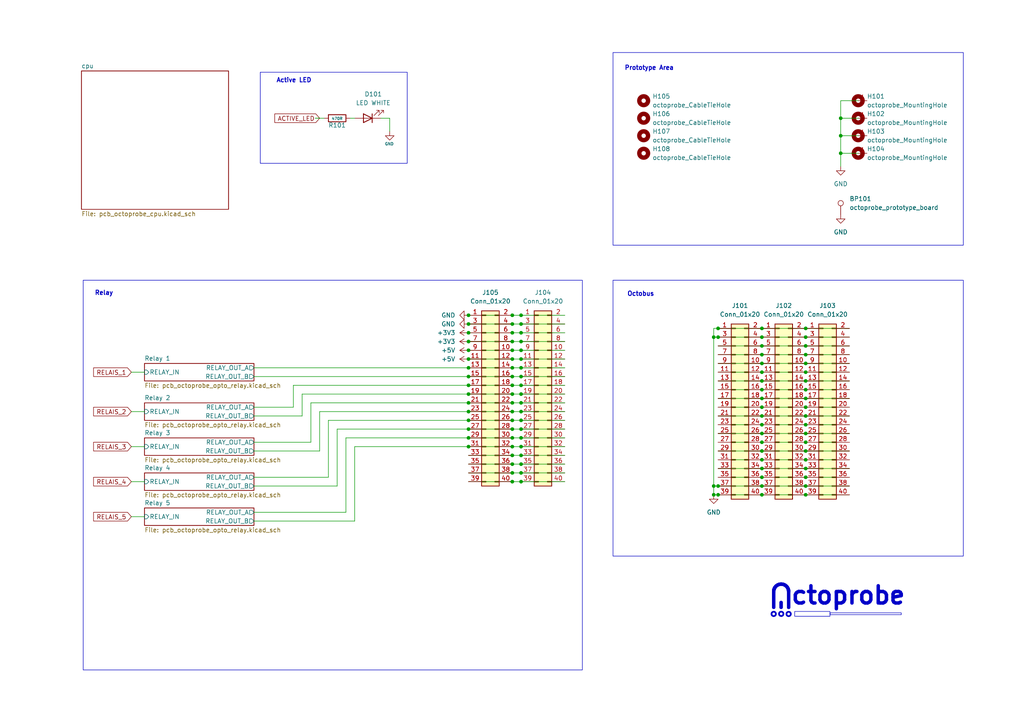
<source format=kicad_sch>
(kicad_sch (version 20231120) (generator "eeschema") (generator_version "8.0")
  (paper "A4")
  (title_block (title "Octoprobe tentacle") (date "2024-04-24") (rev "1.0") (company "Hans Märki, Märki Informatik") (comment 1 "The MIT License (MIT)"))
  (junction (at 148.59 137.16))
  (junction (at 233.68 135.89))
  (junction (at 151.13 119.38))
  (junction (at 220.98 133.35))
  (junction (at 151.13 121.92))
  (junction (at 220.98 128.27))
  (junction (at 233.68 100.33))
  (junction (at 151.13 114.3))
  (junction (at 135.89 106.68))
  (junction (at 243.84 39.37))
  (junction (at 220.98 138.43))
  (junction (at 208.28 143.51))
  (junction (at 148.59 124.46))
  (junction (at 151.13 101.6))
  (junction (at 151.13 129.54))
  (junction (at 220.98 102.87))
  (junction (at 151.13 91.44))
  (junction (at 220.98 95.25))
  (junction (at 207.01 97.79))
  (junction (at 233.68 113.03))
  (junction (at 135.89 114.3))
  (junction (at 233.68 105.41))
  (junction (at 148.59 106.68))
  (junction (at 220.98 140.97))
  (junction (at 233.68 118.11))
  (junction (at 148.59 121.92))
  (junction (at 148.59 109.22))
  (junction (at 233.68 133.35))
  (junction (at 148.59 119.38))
  (junction (at 243.84 44.45))
  (junction (at 233.68 107.95))
  (junction (at 233.68 110.49))
  (junction (at 151.13 106.68))
  (junction (at 151.13 132.08))
  (junction (at 148.59 93.98))
  (junction (at 151.13 116.84))
  (junction (at 148.59 132.08))
  (junction (at 233.68 130.81))
  (junction (at 151.13 96.52))
  (junction (at 135.89 111.76))
  (junction (at 233.68 143.51))
  (junction (at 220.98 123.19))
  (junction (at 135.89 116.84))
  (junction (at 220.98 113.03))
  (junction (at 243.84 34.29))
  (junction (at 151.13 109.22))
  (junction (at 233.68 128.27))
  (junction (at 151.13 137.16))
  (junction (at 135.89 119.38))
  (junction (at 148.59 96.52))
  (junction (at 233.68 95.25))
  (junction (at 151.13 99.06))
  (junction (at 233.68 125.73))
  (junction (at 151.13 134.62))
  (junction (at 233.68 97.79))
  (junction (at 148.59 139.7))
  (junction (at 151.13 111.76))
  (junction (at 207.01 143.51))
  (junction (at 135.89 99.06))
  (junction (at 135.89 104.14))
  (junction (at 208.28 140.97))
  (junction (at 220.98 105.41))
  (junction (at 208.28 97.79))
  (junction (at 233.68 120.65))
  (junction (at 233.68 123.19))
  (junction (at 148.59 91.44))
  (junction (at 220.98 110.49))
  (junction (at 148.59 129.54))
  (junction (at 148.59 99.06))
  (junction (at 135.89 121.92))
  (junction (at 135.89 124.46))
  (junction (at 220.98 143.51))
  (junction (at 220.98 118.11))
  (junction (at 135.89 93.98))
  (junction (at 220.98 97.79))
  (junction (at 148.59 104.14))
  (junction (at 151.13 104.14))
  (junction (at 220.98 135.89))
  (junction (at 148.59 114.3))
  (junction (at 208.28 95.25))
  (junction (at 151.13 139.7))
  (junction (at 151.13 124.46))
  (junction (at 151.13 93.98))
  (junction (at 135.89 91.44))
  (junction (at 135.89 101.6))
  (junction (at 148.59 111.76))
  (junction (at 220.98 100.33))
  (junction (at 233.68 138.43))
  (junction (at 151.13 127))
  (junction (at 220.98 130.81))
  (junction (at 148.59 116.84))
  (junction (at 148.59 127))
  (junction (at 135.89 129.54))
  (junction (at 135.89 127))
  (junction (at 233.68 115.57))
  (junction (at 220.98 107.95))
  (junction (at 220.98 120.65))
  (junction (at 207.01 140.97))
  (junction (at 233.68 140.97))
  (junction (at 148.59 101.6))
  (junction (at 148.59 134.62))
  (junction (at 135.89 109.22))
  (junction (at 135.89 96.52))
  (junction (at 220.98 115.57))
  (junction (at 233.68 102.87))
  (junction (at 220.98 125.73))
  (wire (pts (xy 102.87 151.13) (xy 102.87 129.54)))
  (wire (pts (xy 151.13 124.46) (xy 163.83 124.46)))
  (wire (pts (xy 148.59 96.52) (xy 151.13 96.52)))
  (wire (pts (xy 135.89 134.62) (xy 148.59 134.62)))
  (wire (pts (xy 220.98 130.81) (xy 233.68 130.81)))
  (polyline (pts (xy 237.8209 172.5081) (xy 238.059 172.032)) (stroke (width 0.9999) (type solid)))
  (polyline (pts (xy 244.9638 172.5081) (xy 244.9638 173.9367)) (stroke (width 0.9999) (type solid)))
  (polyline (pts (xy 226.9921 169.4508) (xy 226.8533 169.4281)) (stroke (width 0.9999) (type solid)))
  (polyline (pts (xy 244.7257 174.4129) (xy 244.4876 174.651)) (stroke (width 0.9999) (type solid)))
  (wire (pts (xy 233.68 123.19) (xy 246.38 123.19)))
  (wire (pts (xy 148.59 116.84) (xy 151.13 116.84)))
  (polyline (pts (xy 227.3985 169.5733) (xy 227.2652 169.5234)) (stroke (width 0.9999) (type solid)))
  (wire (pts (xy 220.98 140.97) (xy 233.68 140.97)))
  (polyline (pts (xy 224.5469 170.81) (xy 224.5231 170.8763)) (stroke (width 0.9999) (type solid)))
  (wire (pts (xy 102.87 151.13) (xy 73.66 151.13)))
  (polyline (pts (xy 233.059 174.651) (xy 232.5828 174.8891)) (stroke (width 0.9999) (type solid)))
  (polyline (pts (xy 224.4259 171.2895) (xy 224.4176 171.3605)) (stroke (width 0.9999) (type solid)))
  (wire (pts (xy 135.89 111.76) (xy 85.09 111.76)))
  (polyline (pts (xy 242.5828 171.7939) (xy 243.059 171.5558)) (stroke (width 0.9999) (type solid)))
  (wire (pts (xy 38.1 129.54) (xy 41.91 129.54)))
  (polyline (pts (xy 224.6009 170.6803) (xy 224.5729 170.7447)) (stroke (width 0.9999) (type solid)))
  (wire (pts (xy 148.59 119.38) (xy 151.13 119.38)))
  (polyline (pts (xy 226.4331 169.4145) (xy 226.2934 169.4281)) (stroke (width 0.9999) (type solid)))
  (wire (pts (xy 151.13 127) (xy 163.83 127)))
  (wire (pts (xy 208.28 128.27) (xy 220.98 128.27)))
  (polyline (pts (xy 225.0381 170.0478) (xy 224.9891 170.0987)) (stroke (width 0.9999) (type solid)))
  (wire (pts (xy 243.84 34.29) (xy 248.92 34.29)))
  (wire (pts (xy 148.59 101.6) (xy 151.13 101.6)))
  (wire (pts (xy 148.59 114.3) (xy 151.13 114.3)))
  (wire (pts (xy 208.28 102.87) (xy 220.98 102.87)))
  (polyline (pts (xy 226.0171 169.4826) (xy 225.8815 169.5234)) (stroke (width 0.9999) (type solid)))
  (polyline (pts (xy 224.5231 170.8763) (xy 224.5014 170.9433)) (stroke (width 0.9999) (type solid)))
  (polyline (pts (xy 227.8956 169.8602) (xy 227.7792 169.7766)) (stroke (width 0.9999) (type solid)))
  (wire (pts (xy 220.98 102.87) (xy 233.68 102.87)))
  (wire (pts (xy 220.98 120.65) (xy 233.68 120.65)))
  (wire (pts (xy 233.68 143.51) (xy 246.38 143.51)))
  (wire (pts (xy 243.84 44.45) (xy 248.92 44.45)))
  (polyline (pts (xy 228.6648 171.0112) (xy 228.6236 170.8763)) (stroke (width 0.9999) (type solid)))
  (polyline (pts (xy 252.3447 174.4129) (xy 252.1066 174.651)) (stroke (width 0.9999) (type solid)))
  (wire (pts (xy 151.13 99.06) (xy 163.83 99.06)))
  (wire (pts (xy 92.71 34.29) (xy 91.44 34.29)))
  (wire (pts (xy 151.13 132.08) (xy 163.83 132.08)))
  (polyline (pts (xy 225.1412 169.9508) (xy 225.0888 169.9985)) (stroke (width 0.9999) (type solid)))
  (polyline (pts (xy 224.4819 171.0112) (xy 224.4645 171.0798)) (stroke (width 0.9999) (type solid)))
  (wire (pts (xy 148.59 104.14) (xy 151.13 104.14)))
  (wire (pts (xy 151.13 91.44) (xy 163.83 91.44)))
  (wire (pts (xy 243.84 44.45) (xy 243.84 48.26)))
  (polyline (pts (xy 228.735 171.4321) (xy 228.7207 171.2895)) (stroke (width 0.9999) (type solid)))
  (polyline (pts (xy 238.059 174.4129) (xy 237.8209 173.9367)) (stroke (width 0.9999) (type solid)))
  (polyline (pts (xy 224.6971 170.4932) (xy 224.6631 170.5545)) (stroke (width 0.9999) (type solid)))
  (polyline (pts (xy 228.2048 170.151) (xy 228.1086 170.0478)) (stroke (width 0.9999) (type solid)))
  (wire (pts (xy 220.98 123.19) (xy 233.68 123.19)))
  (wire (pts (xy 220.98 138.43) (xy 233.68 138.43)))
  (polyline (pts (xy 244.0114 171.5558) (xy 244.4876 171.7939)) (stroke (width 0.9999) (type solid)))
  (wire (pts (xy 135.89 127) (xy 148.59 127)))
  (polyline (pts (xy 243.059 174.8891) (xy 242.5828 174.651)) (stroke (width 0.9999) (type solid)))
  (polyline (pts (xy 224.4176 171.3605) (xy 224.4117 171.4321)) (stroke (width 0.9999) (type solid)))
  (polyline (pts (xy 224.8528 170.2599) (xy 224.811 170.3163)) (stroke (width 0.9999) (type solid)))
  (wire (pts (xy 100.33 148.59) (xy 100.33 127)))
  (wire (pts (xy 207.01 95.25) (xy 208.28 95.25)))
  (polyline (pts (xy 256.8685 172.032) (xy 257.1066 172.5081)) (stroke (width 0.9999) (type solid)))
  (wire (pts (xy 208.28 143.51) (xy 220.98 143.51)))
  (polyline (pts (xy 256.1542 171.5558) (xy 256.6304 171.7939)) (stroke (width 0.9999) (type solid)))
  (polyline (pts (xy 228.6973 171.149) (xy 228.6648 171.0112)) (stroke (width 0.9999) (type solid)))
  (wire (pts (xy 148.59 93.98) (xy 151.13 93.98)))
  (polyline (pts (xy 227.1295 169.4826) (xy 226.9921 169.4508)) (stroke (width 0.9999) (type solid)))
  (wire (pts (xy 113.03 34.29) (xy 113.03 38.1)))
  (polyline (pts (xy 240.2019 172.032) (xy 240.44 172.5081)) (stroke (width 0.9999) (type solid)))
  (wire (pts (xy 220.98 100.33) (xy 233.68 100.33)))
  (wire (pts (xy 208.28 107.95) (xy 220.98 107.95)))
  (polyline (pts (xy 255.2019 171.5558) (xy 256.1542 171.5558)) (stroke (width 0.9999) (type solid)))
  (wire (pts (xy 208.28 135.89) (xy 220.98 135.89)))
  (wire (pts (xy 220.98 115.57) (xy 233.68 115.57)))
  (wire (pts (xy 248.92 29.21) (xy 243.84 29.21)))
  (polyline (pts (xy 250.9162 171.5558) (xy 251.6304 171.5558)) (stroke (width 0.9999) (type solid)))
  (polyline (pts (xy 259.7257 171.5558) (xy 260.6781 171.5558)) (stroke (width 0.9999) (type solid)))
  (wire (pts (xy 208.28 97.79) (xy 220.98 97.79)))
  (polyline (pts (xy 252.1066 174.651) (xy 251.6304 174.8891)) (stroke (width 0.9999) (type solid)))
  (wire (pts (xy 220.98 105.41) (xy 233.68 105.41)))
  (wire (pts (xy 38.1 107.95) (xy 41.91 107.95)))
  (polyline (pts (xy 227.2652 169.5234) (xy 227.1295 169.4826)) (stroke (width 0.9999) (type solid)))
  (wire (pts (xy 73.66 138.43) (xy 95.25 138.43)))
  (wire (pts (xy 220.98 118.11) (xy 233.68 118.11)))
  (polyline (pts (xy 247.1066 174.8891) (xy 247.1066 171.5558)) (stroke (width 0.9999) (type solid)))
  (wire (pts (xy 220.98 143.51) (xy 233.68 143.51)))
  (polyline (pts (xy 257.1066 173.9367) (xy 256.8685 174.4129)) (stroke (width 0.9999) (type solid)))
  (wire (pts (xy 207.01 97.79) (xy 207.01 95.25)))
  (polyline (pts (xy 254.7257 171.7939) (xy 255.2019 171.5558)) (stroke (width 0.9999) (type solid)))
  (wire (pts (xy 148.59 106.68) (xy 151.13 106.68)))
  (polyline (pts (xy 260.6781 171.5558) (xy 261.1542 171.7939)) (stroke (width 0.9999) (type solid)))
  (wire (pts (xy 151.13 106.68) (xy 163.83 106.68)))
  (wire (pts (xy 208.28 123.19) (xy 220.98 123.19)))
  (wire (pts (xy 73.66 120.65) (xy 87.63 120.65)))
  (wire (pts (xy 135.89 116.84) (xy 90.17 116.84)))
  (wire (pts (xy 207.01 143.51) (xy 207.01 140.97)))
  (polyline (pts (xy 235.44 174.651) (xy 235.9162 174.8891)) (stroke (width 0.9999) (type solid)))
  (wire (pts (xy 207.01 140.97) (xy 208.28 140.97)))
  (wire (pts (xy 151.13 116.84) (xy 163.83 116.84)))
  (wire (pts (xy 220.98 97.79) (xy 233.68 97.79)))
  (wire (pts (xy 208.28 118.11) (xy 220.98 118.11)))
  (polyline (pts (xy 226.1546 169.4508) (xy 226.0171 169.4826)) (stroke (width 0.9999) (type solid)))
  (wire (pts (xy 135.89 114.3) (xy 148.59 114.3)))
  (polyline (pts (xy 228.5157 170.6169) (xy 228.4495 170.4932)) (stroke (width 0.9999) (type solid)))
  (polyline (pts (xy 254.7257 174.8891) (xy 254.7257 169.8891)) (stroke (width 0.9999) (type solid)))
  (wire (pts (xy 208.28 105.41) (xy 220.98 105.41)))
  (wire (pts (xy 135.89 96.52) (xy 148.59 96.52)))
  (polyline (pts (xy 226.7135 169.4145) (xy 226.5733 169.41)) (stroke (width 0.9999) (type solid)))
  (wire (pts (xy 208.28 95.25) (xy 220.98 95.25)))
  (polyline (pts (xy 251.6304 171.5558) (xy 252.1066 171.7939)) (stroke (width 0.9999) (type solid)))
  (polyline (pts (xy 225.0888 169.9985) (xy 225.0381 170.0478)) (stroke (width 0.9999) (type solid)))
  (polyline (pts (xy 224.4645 171.0798) (xy 224.4494 171.149)) (stroke (width 0.9999) (type solid)))
  (wire (pts (xy 243.84 29.21) (xy 243.84 34.29)))
  (wire (pts (xy 73.66 106.68) (xy 135.89 106.68)))
  (wire (pts (xy 97.79 124.46) (xy 97.79 140.97)))
  (polyline (pts (xy 224.631 170.6169) (xy 224.6009 170.6803)) (stroke (width 0.9999) (type solid)))
  (wire (pts (xy 92.71 130.81) (xy 92.71 119.38)))
  (polyline (pts (xy 238.7733 174.8891) (xy 238.2971 174.651)) (stroke (width 0.9999) (type solid)))
  (wire (pts (xy 208.28 100.33) (xy 220.98 100.33)))
  (polyline (pts (xy 224.4117 171.4321) (xy 224.4081 171.5041)) (stroke (width 0.9999) (type solid)))
  (polyline (pts (xy 256.6304 174.651) (xy 256.1542 174.8891)) (stroke (width 0.9999) (type solid)))
  (wire (pts (xy 243.84 39.37) (xy 243.84 44.45)))
  (polyline (pts (xy 225.4901 169.7002) (xy 225.428 169.7375)) (stroke (width 0.9999) (type solid)))
  (polyline (pts (xy 227.7792 169.7766) (xy 227.6566 169.7002)) (stroke (width 0.9999) (type solid)))
  (wire (pts (xy 233.68 113.03) (xy 246.38 113.03)))
  (wire (pts (xy 151.13 134.62) (xy 163.83 134.62)))
  (wire (pts (xy 233.68 120.65) (xy 246.38 120.65)))
  (wire (pts (xy 233.68 138.43) (xy 246.38 138.43)))
  (polyline (pts (xy 252.5828 172.5081) (xy 252.5828 173.9367)) (stroke (width 0.9999) (type solid)))
  (wire (pts (xy 91.44 34.29) (xy 91.44 34.2834)))
  (polyline (pts (xy 252.1066 171.7939) (xy 252.3447 172.032)) (stroke (width 0.9999) (type solid)))
  (polyline (pts (xy 256.6304 171.7939) (xy 256.8685 172.032)) (stroke (width 0.9999) (type solid)))
  (wire (pts (xy 73.66 130.81) (xy 92.71 130.81)))
  (polyline (pts (xy 257.1066 172.5081) (xy 257.1066 173.9367)) (stroke (width 0.9999) (type solid)))
  (polyline (pts (xy 252.5828 173.9367) (xy 252.3447 174.4129)) (stroke (width 0.9999) (type solid)))
  (polyline (pts (xy 228.7207 171.2895) (xy 228.6973 171.149)) (stroke (width 0.9999) (type solid)))
  (polyline (pts (xy 224.5729 170.7447) (xy 224.5469 170.81)) (stroke (width 0.9999) (type solid)))
  (wire (pts (xy 148.59 139.7) (xy 151.13 139.7)))
  (wire (pts (xy 207.01 97.79) (xy 208.28 97.79)))
  (wire (pts (xy 93.98 34.29) (xy 91.44 34.2834)))
  (polyline (pts (xy 249.9638 172.5081) (xy 250.2019 172.032)) (stroke (width 0.9999) (type solid)))
  (wire (pts (xy 220.98 107.95) (xy 233.68 107.95)))
  (wire (pts (xy 102.87 34.29) (xy 101.6 34.29)))
  (wire (pts (xy 135.89 127) (xy 100.33 127)))
  (wire (pts (xy 135.89 104.14) (xy 148.59 104.14)))
  (polyline (pts (xy 235.2019 169.8891) (xy 235.2019 174.1748)) (stroke (width 0.9999) (type solid)))
  (wire (pts (xy 135.89 139.7) (xy 148.59 139.7)))
  (polyline (pts (xy 251.6304 174.8891) (xy 250.9162 174.8891)) (stroke (width 0.9999) (type solid)))
  (wire (pts (xy 151.13 119.38) (xy 163.83 119.38)))
  (polyline (pts (xy 232.5828 171.5558) (xy 233.059 171.7939)) (stroke (width 0.9999) (type solid)))
  (wire (pts (xy 151.13 104.14) (xy 163.83 104.14)))
  (wire (pts (xy 207.01 140.97) (xy 207.01 97.79)))
  (wire (pts (xy 233.68 95.25) (xy 246.38 95.25)))
  (polyline (pts (xy 231.1542 174.651) (xy 230.9162 174.4129)) (stroke (width 0.9999) (type solid)))
  (polyline (pts (xy 232.5828 174.8891) (xy 231.6304 174.8891)) (stroke (width 0.9999) (type solid)))
  (polyline (pts (xy 244.7257 172.032) (xy 244.9638 172.5081)) (stroke (width 0.9999) (type solid)))
  (wire (pts (xy 151.13 111.76) (xy 163.83 111.76)))
  (wire (pts (xy 151.13 96.52) (xy 163.83 96.52)))
  (wire (pts (xy 90.17 128.27) (xy 73.66 128.27)))
  (polyline (pts (xy 225.6175 169.6322) (xy 225.4901 169.7002)) (stroke (width 0.9999) (type solid)))
  (polyline (pts (xy 235.9162 174.8891) (xy 236.3923 174.8891)) (stroke (width 0.9999) (type solid)))
  (polyline (pts (xy 231.6304 174.8891) (xy 231.1542 174.651)) (stroke (width 0.9999) (type solid)))
  (polyline (pts (xy 227.5291 169.6322) (xy 227.3985 169.5733)) (stroke (width 0.9999) (type solid)))
  (wire (pts (xy 233.68 105.41) (xy 246.38 105.41)))
  (wire (pts (xy 148.59 137.16) (xy 151.13 137.16)))
  (polyline (pts (xy 239.4876 171.5558) (xy 239.9638 171.7939)) (stroke (width 0.9999) (type solid)))
  (wire (pts (xy 87.63 120.65) (xy 87.63 114.3)))
  (wire (pts (xy 148.59 129.54) (xy 151.13 129.54)))
  (wire (pts (xy 208.28 115.57) (xy 220.98 115.57)))
  (wire (pts (xy 135.89 119.38) (xy 148.59 119.38)))
  (polyline (pts (xy 225.2511 169.8602) (xy 225.1953 169.9047)) (stroke (width 0.9999) (type solid)))
  (polyline (pts (xy 230.9162 172.032) (xy 231.1542 171.7939)) (stroke (width 0.9999) (type solid)))
  (polyline (pts (xy 239.9638 174.651) (xy 239.4876 174.8891)) (stroke (width 0.9999) (type solid)))
  (wire (pts (xy 135.89 137.16) (xy 148.59 137.16)))
  (polyline (pts (xy 226.5733 169.41) (xy 226.4331 169.4145)) (stroke (width 0.9999) (type solid)))
  (wire (pts (xy 208.28 110.49) (xy 220.98 110.49)))
  (polyline (pts (xy 239.9638 171.7939) (xy 240.2019 172.032)) (stroke (width 0.9999) (type solid)))
  (wire (pts (xy 151.13 121.92) (xy 163.83 121.92)))
  (wire (pts (xy 220.98 125.73) (xy 233.68 125.73)))
  (wire (pts (xy 38.1 149.86) (xy 41.91 149.86)))
  (polyline (pts (xy 244.4876 174.651) (xy 244.0114 174.8891)) (stroke (width 0.9999) (type solid)))
  (polyline (pts (xy 250.9162 174.8891) (xy 250.44 174.651)) (stroke (width 0.9999) (type solid)))
  (polyline (pts (xy 237.8209 173.9367) (xy 237.8209 172.5081)) (stroke (width 0.9999) (type solid)))
  (wire (pts (xy 243.84 34.29) (xy 243.84 39.37)))
  (polyline (pts (xy 249.9638 173.9367) (xy 249.9638 172.5081)) (stroke (width 0.9999) (type solid)))
  (wire (pts (xy 90.17 116.84) (xy 90.17 128.27)))
  (wire (pts (xy 97.79 140.97) (xy 73.66 140.97)))
  (polyline (pts (xy 243.059 171.5558) (xy 244.0114 171.5558)) (stroke (width 0.9999) (type solid)))
  (wire (pts (xy 208.28 133.35) (xy 220.98 133.35)))
  (polyline (pts (xy 224.7332 170.4331) (xy 224.6971 170.4932)) (stroke (width 0.9999) (type solid)))
  (polyline (pts (xy 242.5828 171.5558) (xy 242.5828 176.5558)) (stroke (width 0.9999) (type solid)))
  (polyline (pts (xy 225.3675 169.7766) (xy 225.3085 169.8175)) (stroke (width 0.9999) (type solid)))
  (polyline (pts (xy 261.1542 174.651) (xy 260.6781 174.8891)) (stroke (width 0.9999) (type solid)))
  (polyline (pts (xy 261.3923 172.27) (xy 261.3923 172.7462)) (stroke (width 0.9999) (type solid)))
  (polyline (pts (xy 240.44 172.5081) (xy 240.44 173.9367)) (stroke (width 0.9999) (type solid)))
  (polyline (pts (xy 226.8533 169.4281) (xy 226.7135 169.4145)) (stroke (width 0.9999) (type solid)))
  (wire (pts (xy 207.01 143.51) (xy 208.28 143.51)))
  (polyline (pts (xy 238.7733 171.5558) (xy 239.4876 171.5558)) (stroke (width 0.9999) (type solid)))
  (wire (pts (xy 220.98 113.03) (xy 233.68 113.03)))
  (polyline (pts (xy 228.2939 170.2599) (xy 228.2048 170.151)) (stroke (width 0.9999) (type solid)))
  (wire (pts (xy 73.66 109.22) (xy 135.89 109.22)))
  (wire (pts (xy 135.89 111.76) (xy 148.59 111.76)))
  (polyline (pts (xy 228.1086 170.0478) (xy 228.0054 169.9508)) (stroke (width 0.9999) (type solid)))
  (wire (pts (xy 233.68 102.87) (xy 246.38 102.87)))
  (polyline (pts (xy 228.4495 170.4932) (xy 228.3755 170.3741)) (stroke (width 0.9999) (type solid)))
  (wire (pts (xy 233.68 97.79) (xy 246.38 97.79)))
  (wire (pts (xy 151.13 129.54) (xy 163.83 129.54)))
  (polyline (pts (xy 234.4876 171.5558) (xy 236.3923 171.5558)) (stroke (width 0.9999) (type solid)))
  (polyline (pts (xy 259.2495 174.651) (xy 259.0114 174.1748)) (stroke (width 0.9999) (type solid)))
  (polyline (pts (xy 259.2495 171.7939) (xy 259.7257 171.5558)) (stroke (width 0.9999) (type solid)))
  (wire (pts (xy 148.59 91.44) (xy 151.13 91.44)))
  (wire (pts (xy 135.89 93.98) (xy 148.59 93.98)))
  (wire (pts (xy 73.66 148.59) (xy 100.33 148.59)))
  (wire (pts (xy 151.13 137.16) (xy 163.83 137.16)))
  (wire (pts (xy 135.89 91.44) (xy 148.59 91.44)))
  (wire (pts (xy 135.89 124.46) (xy 148.59 124.46)))
  (polyline (pts (xy 255.2019 174.8891) (xy 254.7257 174.651)) (stroke (width 0.9999) (type solid)))
  (wire (pts (xy 135.89 129.54) (xy 102.87 129.54)))
  (polyline (pts (xy 247.3447 172.032) (xy 247.5828 171.7939)) (stroke (width 0.9999) (type solid)))
  (polyline (pts (xy 224.4494 171.149) (xy 224.4365 171.219)) (stroke (width 0.9999) (type solid)))
  (wire (pts (xy 148.59 124.46) (xy 151.13 124.46)))
  (polyline (pts (xy 225.7482 169.5733) (xy 225.6175 169.6322)) (stroke (width 0.9999) (type solid)))
  (polyline (pts (xy 228.7398 171.5764) (xy 228.735 171.4321)) (stroke (width 0.9999) (type solid)))
  (polyline (pts (xy 224.6631 170.5545) (xy 224.631 170.6169)) (stroke (width 0.9999) (type solid)))
  (polyline (pts (xy 230.9162 174.4129) (xy 230.6781 173.9367)) (stroke (width 0.9999) (type solid)))
  (polyline (pts (xy 250.44 171.7939) (xy 250.9162 171.5558)) (stroke (width 0.9999) (type solid)))
  (wire (pts (xy 208.28 138.43) (xy 220.98 138.43)))
  (polyline (pts (xy 240.2019 174.4129) (xy 239.9638 174.651)) (stroke (width 0.9999) (type solid)))
  (wire (pts (xy 220.98 133.35) (xy 233.68 133.35)))
  (wire (pts (xy 113.03 34.29) (xy 110.49 34.29)))
  (polyline (pts (xy 224.811 170.3163) (xy 224.7712 170.3741)) (stroke (width 0.9999) (type solid)))
  (wire (pts (xy 208.28 140.97) (xy 220.98 140.97)))
  (polyline (pts (xy 231.6304 171.5558) (xy 232.5828 171.5558)) (stroke (width 0.9999) (type solid)))
  (polyline (pts (xy 224.7712 170.3741) (xy 224.7332 170.4331)) (stroke (width 0.9999) (type solid)))
  (polyline (pts (xy 259.0114 174.1748) (xy 259.0114 172.27)) (stroke (width 0.9999) (type solid)))
  (polyline (pts (xy 250.2019 174.4129) (xy 249.9638 173.9367)) (stroke (width 0.9999) (type solid)))
  (polyline (pts (xy 244.9638 173.9367) (xy 244.7257 174.4129)) (stroke (width 0.9999) (type solid)))
  (polyline (pts (xy 260.6781 174.8891) (xy 259.7257 174.8891)) (stroke (width 0.9999) (type solid)))
  (wire (pts (xy 135.89 121.92) (xy 95.25 121.92)))
  (wire (pts (xy 148.59 132.08) (xy 151.13 132.08)))
  (wire (pts (xy 208.28 113.03) (xy 220.98 113.03)))
  (wire (pts (xy 208.28 125.73) (xy 220.98 125.73)))
  (wire (pts (xy 38.1 119.38) (xy 41.91 119.38)))
  (polyline (pts (xy 240.44 173.9367) (xy 240.2019 174.4129)) (stroke (width 0.9999) (type solid)))
  (polyline (pts (xy 247.1066 172.5081) (xy 247.3447 172.032)) (stroke (width 0.9999) (type solid)))
  (wire (pts (xy 135.89 129.54) (xy 148.59 129.54)))
  (wire (pts (xy 135.89 132.08) (xy 148.59 132.08)))
  (polyline (pts (xy 224.8964 170.2047) (xy 224.8528 170.2599)) (stroke (width 0.9999) (type solid)))
  (polyline (pts (xy 261.1542 171.7939) (xy 261.3923 172.27)) (stroke (width 0.9999) (type solid)))
  (wire (pts (xy 151.13 139.7) (xy 163.83 139.7)))
  (wire (pts (xy 148.59 111.76) (xy 151.13 111.76)))
  (polyline (pts (xy 261.3923 172.7462) (xy 259.0114 173.2224)) (stroke (width 0.9999) (type solid)))
  (wire (pts (xy 220.98 135.89) (xy 233.68 135.89)))
  (wire (pts (xy 97.79 124.46) (xy 135.89 124.46)))
  (wire (pts (xy 85.09 111.76) (xy 85.09 118.11)))
  (polyline (pts (xy 238.2971 171.7939) (xy 238.7733 171.5558)) (stroke (width 0.9999) (type solid)))
  (wire (pts (xy 233.68 140.97) (xy 246.38 140.97)))
  (wire (pts (xy 151.13 114.3) (xy 163.83 114.3)))
  (polyline (pts (xy 225.8815 169.5234) (xy 225.7482 169.5733)) (stroke (width 0.9999) (type solid)))
  (wire (pts (xy 220.98 95.25) (xy 233.68 95.25)))
  (polyline (pts (xy 256.8685 174.4129) (xy 256.6304 174.651)) (stroke (width 0.9999) (type solid)))
  (wire (pts (xy 135.89 106.68) (xy 148.59 106.68)))
  (wire (pts (xy 151.13 109.22) (xy 163.83 109.22)))
  (wire (pts (xy 148.59 127) (xy 151.13 127)))
  (wire (pts (xy 148.59 134.62) (xy 151.13 134.62)))
  (wire (pts (xy 220.98 128.27) (xy 233.68 128.27)))
  (polyline (pts (xy 256.1542 174.8891) (xy 255.2019 174.8891)) (stroke (width 0.9999) (type solid)))
  (polyline (pts (xy 228.0054 169.9508) (xy 227.8956 169.8602)) (stroke (width 0.9999) (type solid)))
  (wire (pts (xy 233.68 118.11) (xy 246.38 118.11)))
  (wire (pts (xy 233.68 110.49) (xy 246.38 110.49)))
  (wire (pts (xy 233.68 115.57) (xy 246.38 115.57)))
  (polyline (pts (xy 228.5738 170.7447) (xy 228.5157 170.6169)) (stroke (width 0.9999) (type solid)))
  (wire (pts (xy 151.13 101.6) (xy 163.83 101.6)))
  (polyline (pts (xy 228.6236 170.8763) (xy 228.5738 170.7447)) (stroke (width 0.9999) (type solid)))
  (wire (pts (xy 135.89 121.92) (xy 148.59 121.92)))
  (wire (pts (xy 148.59 109.22) (xy 151.13 109.22)))
  (wire (pts (xy 92.71 119.38) (xy 135.89 119.38)))
  (polyline (pts (xy 252.3447 172.032) (xy 252.5828 172.5081)) (stroke (width 0.9999) (type solid)))
  (polyline (pts (xy 225.428 169.7375) (xy 225.3675 169.7766)) (stroke (width 0.9999) (type solid)))
  (wire (pts (xy 208.28 120.65) (xy 220.98 120.65)))
  (polyline (pts (xy 235.2019 174.1748) (xy 235.44 174.651)) (stroke (width 0.9999) (type solid)))
  (wire (pts (xy 38.1 139.7) (xy 41.91 139.7)))
  (polyline (pts (xy 231.1542 171.7939) (xy 231.6304 171.5558)) (stroke (width 0.9999) (type solid)))
  (polyline (pts (xy 224.9419 170.151) (xy 224.8964 170.2047)) (stroke (width 0.9999) (type solid)))
  (wire (pts (xy 148.59 121.92) (xy 151.13 121.92)))
  (wire (pts (xy 87.63 114.3) (xy 135.89 114.3)))
  (wire (pts (xy 148.59 99.06) (xy 151.13 99.06)))
  (polyline (pts (xy 244.4876 171.7939) (xy 244.7257 172.032)) (stroke (width 0.9999) (type solid)))
  (polyline (pts (xy 244.0114 174.8891) (xy 243.059 174.8891)) (stroke (width 0.9999) (type solid)))
  (polyline (pts (xy 250.44 174.651) (xy 250.2019 174.4129)) (stroke (width 0.9999) (type solid)))
  (wire (pts (xy 135.89 109.22) (xy 148.59 109.22)))
  (polyline (pts (xy 238.2971 174.651) (xy 238.059 174.4129)) (stroke (width 0.9999) (type solid)))
  (polyline (pts (xy 224.5014 170.9433) (xy 224.4819 171.0112)) (stroke (width 0.9999) (type solid)))
  (polyline (pts (xy 259.7257 174.8891) (xy 259.2495 174.651)) (stroke (width 0.9999) (type solid)))
  (wire (pts (xy 220.98 110.49) (xy 233.68 110.49)))
  (polyline (pts (xy 239.4876 174.8891) (xy 238.7733 174.8891)) (stroke (width 0.9999) (type solid)))
  (wire (pts (xy 233.68 107.95) (xy 246.38 107.95)))
  (wire (pts (xy 233.68 130.81) (xy 246.38 130.81)))
  (polyline (pts (xy 224.4365 171.219) (xy 224.4259 171.2895)) (stroke (width 0.9999) (type solid)))
  (wire (pts (xy 208.28 130.81) (xy 220.98 130.81)))
  (wire (pts (xy 243.84 39.37) (xy 248.92 39.37)))
  (polyline (pts (xy 226.2934 169.4281) (xy 226.1546 169.4508)) (stroke (width 0.9999) (type solid)))
  (wire (pts (xy 95.25 121.92) (xy 95.25 138.43)))
  (polyline (pts (xy 230.6781 172.5081) (xy 230.9162 172.032)) (stroke (width 0.9999) (type solid)))
  (wire (pts (xy 151.13 93.98) (xy 163.83 93.98)))
  (wire (pts (xy 135.89 99.06) (xy 148.59 99.06)))
  (polyline (pts (xy 230.6781 173.9367) (xy 230.6781 172.5081)) (stroke (width 0.9999) (type solid)))
  (wire (pts (xy 233.68 128.27) (xy 246.38 128.27)))
  (wire (pts (xy 135.89 116.84) (xy 148.59 116.84)))
  (polyline (pts (xy 224.4081 171.5041) (xy 224.4069 171.5764)) (stroke (width 0.9999) (type solid)))
  (polyline (pts (xy 238.059 172.032) (xy 238.2971 171.7939)) (stroke (width 0.9999) (type solid)))
  (wire (pts (xy 85.09 118.11) (xy 73.66 118.11)))
  (polyline (pts (xy 224.9891 170.0987) (xy 224.9419 170.151)) (stroke (width 0.9999) (type solid)))
  (polyline (pts (xy 227.6566 169.7002) (xy 227.5291 169.6322)) (stroke (width 0.9999) (type solid)))
  (wire (pts (xy 233.68 135.89) (xy 246.38 135.89)))
  (wire (pts (xy 233.68 133.35) (xy 246.38 133.35)))
  (wire (pts (xy 135.89 101.6) (xy 148.59 101.6)))
  (polyline (pts (xy 259.0114 172.27) (xy 259.2495 171.7939)) (stroke (width 0.9999) (type solid)))
  (polyline (pts (xy 247.5828 171.7939) (xy 248.059 171.5558)) (stroke (width 0.9999) (type solid)))
  (polyline (pts (xy 250.2019 172.032) (xy 250.44 171.7939)) (stroke (width 0.9999) (type solid)))
  (polyline (pts (xy 225.1953 169.9047) (xy 225.1412 169.9508)) (stroke (width 0.9999) (type solid)))
  (polyline (pts (xy 228.3755 170.3741) (xy 228.2939 170.2599)) (stroke (width 0.9999) (type solid)))
  (wire (pts (xy 233.68 100.33) (xy 246.38 100.33)))
  (wire (pts (xy 233.68 125.73) (xy 246.38 125.73)))
  (polyline (pts (xy 225.3085 169.8175) (xy 225.2511 169.8602)) (stroke (width 0.9999) (type solid)))
  (polyline (pts (xy 248.059 171.5558) (xy 248.5352 171.5558)) (stroke (width 0.9999) (type solid)))
  (polyline (pts (xy 228.7769 176.207) (xy 228.7107 176.207) (xy 228.7107 171.6698) (xy 228.7769 171.6698) (xy 228.7769 176.207)) (stroke (width 0.9337) (type solid)) (fill (type outline)))
  (rectangle (start 177.8 15.24) (end 279.4 71.12))
  (polyline (pts (xy 228.7678 177.4433) (xy 228.8001 177.4457) (xy 228.8318 177.4498) (xy 228.8631 177.4553) (xy 228.8938 177.4624) (xy 228.924 177.471) (xy 228.9535 177.481) (xy 228.9823 177.4923) (xy 229.0104 177.5051) (xy 229.0378 177.5191) (xy 229.0644 177.5344) (xy 229.0902 177.5509) (xy 229.1151 177.5686) (xy 229.139 177.5874) (xy 229.1621 177.6074) (xy 229.1841 177.6284) (xy 229.2052 177.6505) (xy 229.2251 177.6735) (xy 229.244 177.6975) (xy 229.2617 177.7224) (xy 229.2782 177.7482) (xy 229.2935 177.7748) (xy 229.3075 177.8021) (xy 229.3202 177.8303) (xy 229.3316 177.8591) (xy 229.3416 177.8886) (xy 229.3501 177.9187) (xy 229.3572 177.9495) (xy 229.3628 177.9807) (xy 229.3668 178.0125) (xy 229.3693 178.0448) (xy 229.3701 178.0774) (xy 229.3693 178.1101) (xy 229.3668 178.1424) (xy 229.3628 178.1741) (xy 229.3572 178.2054) (xy 229.3501 178.2361) (xy 229.3416 178.2663) (xy 229.3316 178.2958) (xy 229.3202 178.3246) (xy 229.3075 178.3527) (xy 229.2935 178.3801) (xy 229.2782 178.4067) (xy 229.2617 178.4325) (xy 229.244 178.4574) (xy 229.2251 178.4814) (xy 229.2052 178.5044) (xy 229.1841 178.5264) (xy 229.1621 178.5475) (xy 229.139 178.5674) (xy 229.1151 178.5863) (xy 229.0902 178.604) (xy 229.0644 178.6205) (xy 229.0378 178.6358) (xy 229.0104 178.6498) (xy 228.9823 178.6625) (xy 228.9535 178.6739) (xy 228.924 178.6839) (xy 228.8938 178.6924) (xy 228.8631 178.6995) (xy 228.8318 178.7051) (xy 228.8001 178.7091) (xy 228.7678 178.7116) (xy 228.7351 178.7124) (xy 228.7024 178.7116) (xy 228.6702 178.7091) (xy 228.6384 178.7051) (xy 228.6072 178.6995) (xy 228.5764 178.6924) (xy 228.5463 178.6839) (xy 228.5168 178.6739) (xy 228.488 178.6625) (xy 228.4598 178.6498) (xy 228.4324 178.6358) (xy 228.4059 178.6205) (xy 228.3801 178.604) (xy 228.3552 178.5863) (xy 228.3312 178.5674) (xy 228.3082 178.5475) (xy 228.2861 178.5264) (xy 228.2651 178.5044) (xy 228.2451 178.4814) (xy 228.2263 178.4574) (xy 228.2086 178.4325) (xy 228.1921 178.4067) (xy 228.1768 178.3801) (xy 228.1627 178.3527) (xy 228.15 178.3246) (xy 228.1387 178.2958) (xy 228.1287 178.2663) (xy 228.1201 178.2361) (xy 228.113 178.2054) (xy 228.1074 178.1741) (xy 228.1034 178.1424) (xy 228.1009 178.1101) (xy 228.1001 178.0774) (xy 228.1009 178.0448) (xy 228.1034 178.0125) (xy 228.1074 177.9807) (xy 228.113 177.9495) (xy 228.1201 177.9187) (xy 228.1287 177.8886) (xy 228.1387 177.8591) (xy 228.15 177.8303) (xy 228.1627 177.8021) (xy 228.1768 177.7748) (xy 228.1921 177.7482) (xy 228.2086 177.7224) (xy 228.2263 177.6975) (xy 228.2451 177.6735) (xy 228.2651 177.6505) (xy 228.2861 177.6284) (xy 228.3082 177.6074) (xy 228.3312 177.5874) (xy 228.3552 177.5686) (xy 228.3801 177.5509) (xy 228.4059 177.5344) (xy 228.4324 177.5191) (xy 228.4598 177.5051) (xy 228.488 177.4923) (xy 228.5168 177.481) (xy 228.5463 177.471) (xy 228.5764 177.4624) (xy 228.6072 177.4553) (xy 228.6384 177.4498) (xy 228.6702 177.4457) (xy 228.7024 177.4433) (xy 228.7351 177.4424) (xy 228.7678 177.4433)) (stroke (width 0.4999) (type solid)))
  (polyline (pts (xy 261.4022 178.2835) (xy 240.7774 178.2835) (xy 240.7774 177.7501) (xy 261.4022 177.7501) (xy 261.4022 178.2835)) (stroke (width 0.1499) (type solid)) (fill (type outline)))
  (rectangle (start 177.8 81.28) (end 279.4 161.29))
  (polyline (pts (xy 226.6242 177.4081) (xy 226.6564 177.4105) (xy 226.6882 177.4146) (xy 226.7195 177.4202) (xy 226.7502 177.4272) (xy 226.7803 177.4358) (xy 226.8098 177.4458) (xy 226.8387 177.4572) (xy 226.8668 177.4699) (xy 226.8942 177.4839) (xy 226.9208 177.4992) (xy 226.9465 177.5157) (xy 226.9714 177.5334) (xy 226.9954 177.5523) (xy 227.0184 177.5722) (xy 227.0405 177.5932) (xy 227.0615 177.6153) (xy 227.0815 177.6383) (xy 227.1003 177.6623) (xy 227.118 177.6872) (xy 227.1346 177.713) (xy 227.1498 177.7396) (xy 227.1639 177.7669) (xy 227.1766 177.7951) (xy 227.188 177.8239) (xy 227.1979 177.8534) (xy 227.2065 177.8835) (xy 227.2136 177.9143) (xy 227.2192 177.9455) (xy 227.2232 177.9773) (xy 227.2257 178.0096) (xy 227.2265 178.0422) (xy 227.2257 178.0749) (xy 227.2232 178.1072) (xy 227.2192 178.139) (xy 227.2136 178.1702) (xy 227.2065 178.2009) (xy 227.1979 178.2311) (xy 227.188 178.2606) (xy 227.1766 178.2894) (xy 227.1639 178.3175) (xy 227.1498 178.3449) (xy 227.1346 178.3715) (xy 227.118 178.3973) (xy 227.1003 178.4222) (xy 227.0815 178.4462) (xy 227.0615 178.4692) (xy 227.0405 178.4913) (xy 227.0184 178.5123) (xy 226.9954 178.5322) (xy 226.9714 178.5511) (xy 226.9465 178.5688) (xy 226.9208 178.5853) (xy 226.8942 178.6006) (xy 226.8668 178.6146) (xy 226.8387 178.6273) (xy 226.8098 178.6387) (xy 226.7803 178.6487) (xy 226.7502 178.6573) (xy 226.7195 178.6643) (xy 226.6882 178.6699) (xy 226.6564 178.674) (xy 226.6242 178.6764) (xy 226.5915 178.6772) (xy 226.5588 178.6764) (xy 226.5266 178.674) (xy 226.4948 178.6699) (xy 226.4635 178.6643) (xy 226.4328 178.6573) (xy 226.4027 178.6487) (xy 226.3732 178.6387) (xy 226.3443 178.6273) (xy 226.3162 178.6146) (xy 226.2888 178.6006) (xy 226.2622 178.5853) (xy 226.2365 178.5688) (xy 226.2116 178.5511) (xy 226.1876 178.5322) (xy 226.1645 178.5123) (xy 226.1425 178.4913) (xy 226.1214 178.4692) (xy 226.1015 178.4462) (xy 226.0826 178.4222) (xy 226.0649 178.3973) (xy 226.0484 178.3715) (xy 226.0331 178.3449) (xy 226.0191 178.3175) (xy 226.0064 178.2894) (xy 225.995 178.2606) (xy 225.985 178.2311) (xy 225.9765 178.2009) (xy 225.9694 178.1702) (xy 225.9638 178.139) (xy 225.9598 178.1072) (xy 225.9573 178.0749) (xy 225.9565 178.0422) (xy 225.9573 178.0096) (xy 225.9598 177.9773) (xy 225.9638 177.9455) (xy 225.9694 177.9143) (xy 225.9765 177.8835) (xy 225.985 177.8534) (xy 225.995 177.8239) (xy 226.0064 177.7951) (xy 226.0191 177.7669) (xy 226.0331 177.7396) (xy 226.0484 177.713) (xy 226.0649 177.6872) (xy 226.0826 177.6623) (xy 226.1015 177.6383) (xy 226.1214 177.6153) (xy 226.1425 177.5932) (xy 226.1645 177.5722) (xy 226.1876 177.5523) (xy 226.2116 177.5334) (xy 226.2365 177.5157) (xy 226.2622 177.4992) (xy 226.2888 177.4839) (xy 226.3162 177.4699) (xy 226.3443 177.4572) (xy 226.3732 177.4458) (xy 226.4027 177.4358) (xy 226.4328 177.4272) (xy 226.4635 177.4202) (xy 226.4948 177.4146) (xy 226.5266 177.4105) (xy 226.5588 177.4081) (xy 226.5915 177.4073) (xy 226.6242 177.4081)) (stroke (width 0.4999) (type solid)))
  (polyline (pts (xy 224.4377 177.4259) (xy 224.4699 177.4283) (xy 224.5017 177.4324) (xy 224.533 177.438) (xy 224.5637 177.4451) (xy 224.5938 177.4536) (xy 224.6233 177.4636) (xy 224.6522 177.475) (xy 224.6803 177.4877) (xy 224.7077 177.5017) (xy 224.7343 177.517) (xy 224.76 177.5335) (xy 224.7849 177.5512) (xy 224.8089 177.5701) (xy 224.832 177.59) (xy 224.854 177.611) (xy 224.875 177.6331) (xy 224.895 177.6561) (xy 224.9139 177.6801) (xy 224.9316 177.705) (xy 224.9481 177.7308) (xy 224.9634 177.7574) (xy 224.9774 177.7848) (xy 224.9901 177.8129) (xy 225.0015 177.8417) (xy 225.0115 177.8712) (xy 225.02 177.9014) (xy 225.0271 177.9321) (xy 225.0327 177.9633) (xy 225.0367 177.9951) (xy 225.0392 178.0274) (xy 225.04 178.0601) (xy 225.0392 178.0927) (xy 225.0367 178.125) (xy 225.0327 178.1568) (xy 225.0271 178.188) (xy 225.02 178.2188) (xy 225.0115 178.2489) (xy 225.0015 178.2784) (xy 224.9901 178.3072) (xy 224.9774 178.3354) (xy 224.9634 178.3627) (xy 224.9481 178.3893) (xy 224.9316 178.4151) (xy 224.9139 178.44) (xy 224.895 178.464) (xy 224.875 178.487) (xy 224.854 178.5091) (xy 224.832 178.5301) (xy 224.8089 178.55) (xy 224.7849 178.5689) (xy 224.76 178.5866) (xy 224.7343 178.6031) (xy 224.7077 178.6184) (xy 224.6803 178.6324) (xy 224.6522 178.6451) (xy 224.6233 178.6565) (xy 224.5938 178.6665) (xy 224.5637 178.6751) (xy 224.533 178.6821) (xy 224.5017 178.6877) (xy 224.4699 178.6918) (xy 224.4377 178.6942) (xy 224.405 178.695) (xy 224.3723 178.6942) (xy 224.3401 178.6918) (xy 224.3083 178.6877) (xy 224.277 178.6821) (xy 224.2463 178.6751) (xy 224.2162 178.6665) (xy 224.1867 178.6565) (xy 224.1578 178.6451) (xy 224.1297 178.6324) (xy 224.1023 178.6184) (xy 224.0757 178.6031) (xy 224.05 178.5866) (xy 224.0251 178.5689) (xy 224.0011 178.55) (xy 223.978 178.5301) (xy 223.956 178.5091) (xy 223.935 178.487) (xy 223.915 178.464) (xy 223.8962 178.44) (xy 223.8784 178.4151) (xy 223.8619 178.3893) (xy 223.8466 178.3627) (xy 223.8326 178.3354) (xy 223.8199 178.3072) (xy 223.8085 178.2784) (xy 223.7985 178.2489) (xy 223.79 178.2188) (xy 223.7829 178.188) (xy 223.7773 178.1568) (xy 223.7733 178.125) (xy 223.7708 178.0927) (xy 223.77 178.0601) (xy 223.7708 178.0274) (xy 223.7733 177.9951) (xy 223.7773 177.9633) (xy 223.7829 177.9321) (xy 223.79 177.9014) (xy 223.7985 177.8712) (xy 223.8085 177.8417) (xy 223.8199 177.8129) (xy 223.8326 177.7848) (xy 223.8466 177.7574) (xy 223.8619 177.7308) (xy 223.8784 177.705) (xy 223.8962 177.6801) (xy 223.915 177.6561) (xy 223.935 177.6331) (xy 223.956 177.611) (xy 223.978 177.59) (xy 224.0011 177.5701) (xy 224.0251 177.5512) (xy 224.05 177.5335) (xy 224.0757 177.517) (xy 224.1023 177.5017) (xy 224.1297 177.4877) (xy 224.1578 177.475) (xy 224.1867 177.4636) (xy 224.2162 177.4536) (xy 224.2463 177.4451) (xy 224.277 177.438) (xy 224.3083 177.4324) (xy 224.3401 177.4283) (xy 224.3723 177.4259) (xy 224.405 177.4251) (xy 224.4377 177.4259)) (stroke (width 0.4999) (type solid)))
  (rectangle (start 24.13 81.28) (end 168.91 194.31))
  (polyline (pts (xy 224.419 176.1717) (xy 224.3952 176.1717) (xy 224.3952 171.6803) (xy 224.419 171.6803) (xy 224.419 176.1717)) (stroke (width 0.9761) (type solid)) (fill (type outline)))
  (polyline (pts (xy 226.5661 176.1626) (xy 226.5407 176.1626) (xy 226.5407 174.7402) (xy 226.5661 174.7402) (xy 226.5661 176.1626)) (stroke (width 0.9999) (type solid)) (fill (type outline)))
  (polyline (pts (xy 240.7266 178.7407) (xy 230.4904 178.7407) (xy 230.4904 177.3437) (xy 240.7266 177.3437) (xy 240.7266 178.7407)) (stroke (width 0.1499) (type solid)) (fill (type outline)))
  (rectangle (start 75.4893 20.9451) (end 118.11 47.3611))
  (text "Prototype Area" (at 181.102 20.574 0) (effects (font (size 1.27 1.27) (thickness 0.254) (bold yes)) (justify left bottom)))
  (text "Relay" (at 27.432 85.852 0) (effects (font (size 1.27 1.27) (thickness 0.254) (bold yes)) (justify left bottom)))
  (text "Active LED" (at 80.0988 24.1581 0) (effects (font (size 1.27 1.27) (thickness 0.254) (bold yes)) (justify left bottom)))
  (text "Octobus" (at 181.864 86.106 0) (effects (font (size 1.27 1.27) (thickness 0.254) (bold yes)) (justify left bottom)))
  (global_label "RELAIS_1" (shape input) (at 38.1 107.95 180) (property "Intersheetrefs" "${INTERSHEET_REFS}" (effects (hide yes))))
  (global_label "RELAIS_3" (shape input) (at 38.1 129.54 180) (property "Intersheetrefs" "${INTERSHEET_REFS}" (effects (hide yes))))
  (global_label "RELAIS_2" (shape input) (at 38.1 119.38 180) (property "Intersheetrefs" "${INTERSHEET_REFS}" (effects (hide yes))))
  (global_label "ACTIVE_LED" (shape input) (at 92.71 34.29 180) (property "Intersheetrefs" "${INTERSHEET_REFS}" (effects (hide yes))))
  (global_label "RELAIS_4" (shape input) (at 38.1 139.7 180) (property "Intersheetrefs" "${INTERSHEET_REFS}" (effects (hide yes))))
  (global_label "RELAIS_5" (shape input) (at 38.1 149.86 180) (property "Intersheetrefs" "${INTERSHEET_REFS}" (effects (hide yes))))
  (symbol (lib_id "power:GND") (at 207.01 143.51 0) (unit 1)
    (property "Reference" "#PWR0101" (effects (hide yes)))
    (property "Value" "GND" (at 207.01 148.59 0))
    (property "Description" "Power symbol creates a global label with name \"GND\" , ground" (effects (hide yes)))
  )
  (symbol (lib_id "power:GND") (at 135.89 91.44 270) (unit 1)
    (property "Reference" "#PWR0107" (effects (hide yes)))
    (property "Value" "GND" (at 132.08 91.4399 90) (effects (justify right)))
    (property "Description" "Power symbol creates a global label with name \"GND\" , ground" (effects (hide yes)))
  )
  (symbol (lib_id "power:GND") (at 113.03 38.1 0) (unit 1)
    (property "Reference" "#PWR0103" (effects (hide yes)))
    (property "Value" "GND" (at 112.903 41.7322 0) (effects (font (size 0.8 0.8))))
    (property "Description" "Power symbol creates a global label with name \"GND\" , ground" (effects (hide yes)))
  )
  (symbol (lib_id "power:+3V3") (at 135.89 99.06 90) (unit 1)
    (property "Reference" "#PWR0112" (effects (hide yes)))
    (property "Value" "+3V3" (at 132.08 99.0599 90) (effects (justify left)))
    (property "Description" "Power symbol creates a global label with name \"+3V3\"" (effects (hide yes)))
  )
  (symbol (lib_id "00_project_library:octoprobe_CableTieHole") (at 186.69 29.21 0) (unit 1) (in_bom no)
    (property "Reference" "H105" (at 189.23 27.9399 0) (effects (justify left)))
    (property "Value" "octoprobe_CableTieHole" (at 189.23 30.4799 0) (effects (justify left)))
    (property "Footprint" "00_project_library:octoprobe_CableTieHole" (effects (hide yes)))
    (property "Description" "Mounting Hole without connection" (effects (hide yes)))
  )
  (symbol (lib_id "Connector_Generic:Conn_02x20_Odd_Even") (at 226.06 118.11 0) (unit 1) (in_bom no)
    (property "Reference" "J102" (at 227.33 88.646 0))
    (property "Value" "Conn_01x20" (at 227.33 91.186 0))
    (property "Footprint" "00_project_library:PinSocket_2x20_P2.54mm_Vertical-mirrored" (effects (hide yes)))
  )
  (symbol (lib_id "00_project_library:octoprobe_CableTieHole") (at 186.69 34.29 0) (unit 1) (in_bom no)
    (property "Reference" "H106" (at 189.23 33.0199 0) (effects (justify left)))
    (property "Value" "octoprobe_CableTieHole" (at 189.23 35.5599 0) (effects (justify left)))
    (property "Footprint" "00_project_library:octoprobe_CableTieHole" (effects (hide yes)))
    (property "Description" "Mounting Hole without connection" (effects (hide yes)))
  )
  (symbol (lib_id "00_project_library:octoprobe_CableTieHole") (at 186.69 44.45 0) (unit 1) (in_bom no)
    (property "Reference" "H108" (at 189.23 43.1799 0) (effects (justify left)))
    (property "Value" "octoprobe_CableTieHole" (at 189.23 45.7199 0) (effects (justify left)))
    (property "Footprint" "00_project_library:octoprobe_CableTieHole" (effects (hide yes)))
    (property "Description" "Mounting Hole without connection" (effects (hide yes)))
  )
  (symbol (lib_id "power:+5V") (at 135.89 101.6 90) (unit 1)
    (property "Reference" "#PWR0110" (effects (hide yes)))
    (property "Value" "+5V" (at 132.08 101.5999 90) (effects (justify left)))
    (property "Description" "Power symbol creates a global label with name \"+5V\"" (effects (hide yes)))
  )
  (symbol (lib_id "Device:R") (at 97.79 34.29 270) (unit 1)
    (property "Reference" "R101" (at 97.79 36.322 90))
    (property "Value" "470R" (at 97.79 34.3916 90) (effects (font (size 0.8 0.8))))
    (property "Footprint" "Resistor_SMD:R_0402_1005Metric_Pad0.72x0.64mm_HandSolder" (effects (hide yes)))
  )
  (symbol (lib_id "00_project_library:octoprobe_MountingHole") (at 248.92 39.37 0) (unit 1)
    (property "Reference" "H103" (at 251.46 38.0999 0) (effects (justify left)))
    (property "Value" "octoprobe_MountingHole" (at 251.46 40.6399 0) (effects (justify left)))
    (property "Footprint" "MountingHole:MountingHole_3.2mm_M3_DIN965_Pad" (effects (hide yes)))
    (property "Description" "Mounting Hole without connection" (effects (hide yes)))
  )
  (symbol (lib_id "00_project_library:LED WHITE") (at 106.68 34.29 180) (unit 1)
    (property "Reference" "D101" (at 108.2675 27.305 0))
    (property "Value" "LED WHITE" (at 108.2675 29.845 0))
    (property "Footprint" "00_project_library:LED_0603_1608Metric" (effects (hide yes)))
    (property "JLC" "C2290" (effects (hide yes)))
  )
  (symbol (lib_id "00_project_library:octoprobe_MountingHole") (at 248.92 44.45 0) (unit 1)
    (property "Reference" "H104" (at 251.46 43.1799 0) (effects (justify left)))
    (property "Value" "octoprobe_MountingHole" (at 251.46 45.7199 0) (effects (justify left)))
    (property "Footprint" "MountingHole:MountingHole_3.2mm_M3_DIN965_Pad" (effects (hide yes)))
    (property "Description" "Mounting Hole without connection" (effects (hide yes)))
  )
  (symbol (lib_id "00_project_library:octoprobe_breakout_BP") (at 243.84 62.23 0) (unit 1)
    (property "Reference" "BP101" (at 246.38 57.6579 0) (effects (justify left)))
    (property "Value" "octoprobe_prototype_board" (at 246.38 60.1979 0) (effects (justify left)))
    (property "Footprint" "00_project_library:octoprobe_breakout_PB" (effects (hide yes)))
    (property "Datasheet" "https://www.roth-elektronik.com/de/produkte/detail/artnr/RE233-LF/category/Laborkarten+Dual+Inline" (effects (hide yes)))
    (property "Description" "Octoprobe Prototype Board" (effects (hide yes)))
  )
  (symbol (lib_id "Connector_Generic:Conn_02x20_Odd_Even") (at 238.76 118.11 0) (unit 1) (in_bom no)
    (property "Reference" "J103" (at 240.03 88.646 0))
    (property "Value" "Conn_01x20" (at 240.03 91.186 0))
    (property "Footprint" "00_project_library:PinSocket_2x20_P2.54mm_Vertical-mirrored-bare" (effects (hide yes)))
  )
  (symbol (lib_id "Connector_Generic:Conn_02x20_Odd_Even") (at 213.36 118.11 0) (unit 1) (in_bom no)
    (property "Reference" "J101" (at 214.63 88.646 0))
    (property "Value" "Conn_01x20" (at 214.63 91.186 0))
    (property "Footprint" "00_project_library:PinSocket_2x20_P2.54mm_Vertical-stackable" (effects (hide yes)))
  )
  (symbol (lib_id "power:GND") (at 243.84 48.26 0) (unit 1)
    (property "Reference" "#PWR0102" (effects (hide yes)))
    (property "Value" "GND" (at 243.84 53.34 0))
    (property "Description" "Power symbol creates a global label with name \"GND\" , ground" (effects (hide yes)))
  )
  (symbol (lib_id "Connector_Generic:Conn_02x20_Odd_Even") (at 140.97 114.3 0) (unit 1) (in_bom no)
    (property "Reference" "J105" (at 142.24 84.836 0))
    (property "Value" "Conn_01x20" (at 142.24 87.376 0))
    (property "Footprint" "00_project_library:PinSocket_2x20_P2.54mm_Vertical-mirrored-bare" (effects (hide yes)))
  )
  (symbol (lib_id "power:GND") (at 135.89 93.98 270) (unit 1)
    (property "Reference" "#PWR0108" (effects (hide yes)))
    (property "Value" "GND" (at 132.08 93.9799 90) (effects (justify right)))
    (property "Description" "Power symbol creates a global label with name \"GND\" , ground" (effects (hide yes)))
  )
  (symbol (lib_id "power:+3V3") (at 135.89 96.52 90) (unit 1)
    (property "Reference" "#PWR0109" (effects (hide yes)))
    (property "Value" "+3V3" (at 132.08 96.5199 90) (effects (justify left)))
    (property "Description" "Power symbol creates a global label with name \"+3V3\"" (effects (hide yes)))
  )
  (symbol (lib_id "00_project_library:octoprobe_MountingHole") (at 248.92 29.21 0) (unit 1)
    (property "Reference" "H101" (at 251.46 27.9399 0) (effects (justify left)))
    (property "Value" "octoprobe_MountingHole" (at 251.46 30.4799 0) (effects (justify left)))
    (property "Footprint" "MountingHole:MountingHole_3.2mm_M3_DIN965_Pad" (effects (hide yes)))
    (property "Description" "Mounting Hole without connection" (effects (hide yes)))
  )
  (symbol (lib_id "00_project_library:octoprobe_MountingHole") (at 248.92 34.29 0) (unit 1)
    (property "Reference" "H102" (at 251.46 33.0199 0) (effects (justify left)))
    (property "Value" "octoprobe_MountingHole" (at 251.46 35.5599 0) (effects (justify left)))
    (property "Footprint" "MountingHole:MountingHole_3.2mm_M3_DIN965_Pad" (effects (hide yes)))
    (property "Description" "Mounting Hole without connection" (effects (hide yes)))
  )
  (symbol (lib_id "power:GND") (at 243.84 62.23 0) (unit 1)
    (property "Reference" "#PWR0106" (effects (hide yes)))
    (property "Value" "GND" (at 243.84 67.31 0))
    (property "Description" "Power symbol creates a global label with name \"GND\" , ground" (effects (hide yes)))
  )
  (symbol (lib_id "power:+5V") (at 135.89 104.14 90) (unit 1)
    (property "Reference" "#PWR0111" (effects (hide yes)))
    (property "Value" "+5V" (at 132.08 104.1399 90) (effects (justify left)))
    (property "Description" "Power symbol creates a global label with name \"+5V\"" (effects (hide yes)))
  )
  (symbol (lib_id "Connector_Generic:Conn_02x20_Odd_Even") (at 156.21 114.3 0) (unit 1) (in_bom no)
    (property "Reference" "J104" (at 157.48 84.836 0))
    (property "Value" "Conn_01x20" (at 157.48 87.376 0))
    (property "Footprint" "00_project_library:PinSocket_2x20_P2.54mm_Vertical-mirrored" (effects (hide yes)))
  )
  (symbol (lib_id "00_project_library:octoprobe_CableTieHole") (at 186.69 39.37 0) (unit 1) (in_bom no)
    (property "Reference" "H107" (at 189.23 38.0999 0) (effects (justify left)))
    (property "Value" "octoprobe_CableTieHole" (at 189.23 40.6399 0) (effects (justify left)))
    (property "Footprint" "00_project_library:octoprobe_CableTieHole" (effects (hide yes)))
    (property "Description" "Mounting Hole without connection" (effects (hide yes)))
  )
  (sheet (at 41.91 127) (size 31.75 5.08) (stroke (width 0.1524))
    (property "Sheetname" "Relay 3" (at 41.91 126.2884 0) (effects (justify left bottom)))
    (property "Sheetfile" "pcb_octoprobe_opto_relay.kicad_sch" (at 41.91 132.6646 0) (effects (justify left top)))
    (property "RELAIS_NUMBER" "3" (effects (hide yes)))
    (pin "RELAY_IN" input (at 41.91 129.54 180))
    (pin "RELAY_OUT_B" output (at 73.66 130.81 0))
    (pin "RELAY_OUT_A" output (at 73.66 128.27 0))
  )
  (sheet (at 23.622 20.574) (size 42.672 40.132) (stroke (width 0.1524))
    (property "Sheetname" "cpu" (at 23.622 19.8624 0) (effects (justify left bottom)))
    (property "Sheetfile" "pcb_octoprobe_cpu.kicad_sch" (at 23.622 61.2906 0) (effects (justify left top)))
  )
  (sheet (at 41.91 105.41) (size 31.75 5.08) (stroke (width 0.1524))
    (property "Sheetname" "Relay 1" (at 41.91 104.6984 0) (effects (justify left bottom)))
    (property "Sheetfile" "pcb_octoprobe_opto_relay.kicad_sch" (at 41.91 111.0746 0) (effects (justify left top)))
    (property "RELAIS_NUMBER" "1" (effects (hide yes)))
    (pin "RELAY_IN" input (at 41.91 107.95 180))
    (pin "RELAY_OUT_B" output (at 73.66 109.22 0))
    (pin "RELAY_OUT_A" output (at 73.66 106.68 0))
  )
  (sheet (at 41.91 137.16) (size 31.75 5.08) (stroke (width 0.1524))
    (property "Sheetname" "Relay 4" (at 41.91 136.4484 0) (effects (justify left bottom)))
    (property "Sheetfile" "pcb_octoprobe_opto_relay.kicad_sch" (at 41.91 142.8246 0) (effects (justify left top)))
    (property "RELAIS_NUMBER" "4" (effects (hide yes)))
    (pin "RELAY_IN" input (at 41.91 139.7 180))
    (pin "RELAY_OUT_B" output (at 73.66 140.97 0))
    (pin "RELAY_OUT_A" output (at 73.66 138.43 0))
  )
  (sheet (at 41.91 147.32) (size 31.75 5.08) (stroke (width 0.1524))
    (property "Sheetname" "Relay 5" (at 41.91 146.6084 0) (effects (justify left bottom)))
    (property "Sheetfile" "pcb_octoprobe_opto_relay.kicad_sch" (at 41.91 152.9846 0) (effects (justify left top)))
    (property "RELAIS_NUMBER" "5" (effects (hide yes)))
    (pin "RELAY_IN" input (at 41.91 149.86 180))
    (pin "RELAY_OUT_B" output (at 73.66 151.13 0))
    (pin "RELAY_OUT_A" output (at 73.66 148.59 0))
  )
  (sheet (at 41.91 116.84) (size 31.75 5.08) (stroke (width 0.1524))
    (property "Sheetname" "Relay 2" (at 41.91 116.1284 0) (effects (justify left bottom)))
    (property "Sheetfile" "pcb_octoprobe_opto_relay.kicad_sch" (at 41.91 122.5046 0) (effects (justify left top)))
    (property "RELAIS_NUMBER" "2" (effects (hide yes)))
    (pin "RELAY_IN" input (at 41.91 119.38 180))
    (pin "RELAY_OUT_B" output (at 73.66 120.65 0))
    (pin "RELAY_OUT_A" output (at 73.66 118.11 0))
  )
)
</source>
